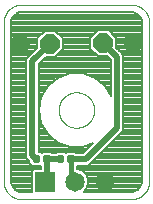
<source format=gbl>
G75*
%MOIN*%
%OFA0B0*%
%FSLAX25Y25*%
%IPPOS*%
%LPD*%
%AMOC8*
5,1,8,0,0,1.08239X$1,22.5*
%
%ADD10C,0.00000*%
%ADD11R,0.06500X0.06500*%
%ADD12C,0.06500*%
%ADD13C,0.01250*%
%ADD14OC8,0.06500*%
%ADD15C,0.01500*%
%ADD16C,0.02000*%
%ADD17C,0.00800*%
D10*
X0001400Y0007206D02*
X0001400Y0060194D01*
X0001402Y0060346D01*
X0001408Y0060498D01*
X0001418Y0060650D01*
X0001431Y0060801D01*
X0001449Y0060952D01*
X0001470Y0061103D01*
X0001496Y0061253D01*
X0001525Y0061402D01*
X0001558Y0061551D01*
X0001595Y0061698D01*
X0001635Y0061845D01*
X0001680Y0061990D01*
X0001728Y0062134D01*
X0001780Y0062277D01*
X0001835Y0062419D01*
X0001894Y0062559D01*
X0001957Y0062698D01*
X0002023Y0062835D01*
X0002093Y0062970D01*
X0002166Y0063103D01*
X0002243Y0063234D01*
X0002323Y0063364D01*
X0002406Y0063491D01*
X0002492Y0063616D01*
X0002582Y0063739D01*
X0002675Y0063859D01*
X0002771Y0063977D01*
X0002870Y0064093D01*
X0002972Y0064206D01*
X0003076Y0064316D01*
X0003184Y0064424D01*
X0003294Y0064528D01*
X0003407Y0064630D01*
X0003523Y0064729D01*
X0003641Y0064825D01*
X0003761Y0064918D01*
X0003884Y0065008D01*
X0004009Y0065094D01*
X0004136Y0065177D01*
X0004266Y0065257D01*
X0004397Y0065334D01*
X0004530Y0065407D01*
X0004665Y0065477D01*
X0004802Y0065543D01*
X0004941Y0065606D01*
X0005081Y0065665D01*
X0005223Y0065720D01*
X0005366Y0065772D01*
X0005510Y0065820D01*
X0005655Y0065865D01*
X0005802Y0065905D01*
X0005949Y0065942D01*
X0006098Y0065975D01*
X0006247Y0066004D01*
X0006397Y0066030D01*
X0006548Y0066051D01*
X0006699Y0066069D01*
X0006850Y0066082D01*
X0007002Y0066092D01*
X0007154Y0066098D01*
X0007306Y0066100D01*
X0043994Y0066100D01*
X0044146Y0066098D01*
X0044298Y0066092D01*
X0044450Y0066082D01*
X0044601Y0066069D01*
X0044752Y0066051D01*
X0044903Y0066030D01*
X0045053Y0066004D01*
X0045202Y0065975D01*
X0045351Y0065942D01*
X0045498Y0065905D01*
X0045645Y0065865D01*
X0045790Y0065820D01*
X0045934Y0065772D01*
X0046077Y0065720D01*
X0046219Y0065665D01*
X0046359Y0065606D01*
X0046498Y0065543D01*
X0046635Y0065477D01*
X0046770Y0065407D01*
X0046903Y0065334D01*
X0047034Y0065257D01*
X0047164Y0065177D01*
X0047291Y0065094D01*
X0047416Y0065008D01*
X0047539Y0064918D01*
X0047659Y0064825D01*
X0047777Y0064729D01*
X0047893Y0064630D01*
X0048006Y0064528D01*
X0048116Y0064424D01*
X0048224Y0064316D01*
X0048328Y0064206D01*
X0048430Y0064093D01*
X0048529Y0063977D01*
X0048625Y0063859D01*
X0048718Y0063739D01*
X0048808Y0063616D01*
X0048894Y0063491D01*
X0048977Y0063364D01*
X0049057Y0063234D01*
X0049134Y0063103D01*
X0049207Y0062970D01*
X0049277Y0062835D01*
X0049343Y0062698D01*
X0049406Y0062559D01*
X0049465Y0062419D01*
X0049520Y0062277D01*
X0049572Y0062134D01*
X0049620Y0061990D01*
X0049665Y0061845D01*
X0049705Y0061698D01*
X0049742Y0061551D01*
X0049775Y0061402D01*
X0049804Y0061253D01*
X0049830Y0061103D01*
X0049851Y0060952D01*
X0049869Y0060801D01*
X0049882Y0060650D01*
X0049892Y0060498D01*
X0049898Y0060346D01*
X0049900Y0060194D01*
X0049900Y0007206D01*
X0049898Y0007054D01*
X0049892Y0006902D01*
X0049882Y0006750D01*
X0049869Y0006599D01*
X0049851Y0006448D01*
X0049830Y0006297D01*
X0049804Y0006147D01*
X0049775Y0005998D01*
X0049742Y0005849D01*
X0049705Y0005702D01*
X0049665Y0005555D01*
X0049620Y0005410D01*
X0049572Y0005266D01*
X0049520Y0005123D01*
X0049465Y0004981D01*
X0049406Y0004841D01*
X0049343Y0004702D01*
X0049277Y0004565D01*
X0049207Y0004430D01*
X0049134Y0004297D01*
X0049057Y0004166D01*
X0048977Y0004036D01*
X0048894Y0003909D01*
X0048808Y0003784D01*
X0048718Y0003661D01*
X0048625Y0003541D01*
X0048529Y0003423D01*
X0048430Y0003307D01*
X0048328Y0003194D01*
X0048224Y0003084D01*
X0048116Y0002976D01*
X0048006Y0002872D01*
X0047893Y0002770D01*
X0047777Y0002671D01*
X0047659Y0002575D01*
X0047539Y0002482D01*
X0047416Y0002392D01*
X0047291Y0002306D01*
X0047164Y0002223D01*
X0047034Y0002143D01*
X0046903Y0002066D01*
X0046770Y0001993D01*
X0046635Y0001923D01*
X0046498Y0001857D01*
X0046359Y0001794D01*
X0046219Y0001735D01*
X0046077Y0001680D01*
X0045934Y0001628D01*
X0045790Y0001580D01*
X0045645Y0001535D01*
X0045498Y0001495D01*
X0045351Y0001458D01*
X0045202Y0001425D01*
X0045053Y0001396D01*
X0044903Y0001370D01*
X0044752Y0001349D01*
X0044601Y0001331D01*
X0044450Y0001318D01*
X0044298Y0001308D01*
X0044146Y0001302D01*
X0043994Y0001300D01*
X0007306Y0001300D01*
X0007154Y0001302D01*
X0007002Y0001308D01*
X0006850Y0001318D01*
X0006699Y0001331D01*
X0006548Y0001349D01*
X0006397Y0001370D01*
X0006247Y0001396D01*
X0006098Y0001425D01*
X0005949Y0001458D01*
X0005802Y0001495D01*
X0005655Y0001535D01*
X0005510Y0001580D01*
X0005366Y0001628D01*
X0005223Y0001680D01*
X0005081Y0001735D01*
X0004941Y0001794D01*
X0004802Y0001857D01*
X0004665Y0001923D01*
X0004530Y0001993D01*
X0004397Y0002066D01*
X0004266Y0002143D01*
X0004136Y0002223D01*
X0004009Y0002306D01*
X0003884Y0002392D01*
X0003761Y0002482D01*
X0003641Y0002575D01*
X0003523Y0002671D01*
X0003407Y0002770D01*
X0003294Y0002872D01*
X0003184Y0002976D01*
X0003076Y0003084D01*
X0002972Y0003194D01*
X0002870Y0003307D01*
X0002771Y0003423D01*
X0002675Y0003541D01*
X0002582Y0003661D01*
X0002492Y0003784D01*
X0002406Y0003909D01*
X0002323Y0004036D01*
X0002243Y0004166D01*
X0002166Y0004297D01*
X0002093Y0004430D01*
X0002023Y0004565D01*
X0001957Y0004702D01*
X0001894Y0004841D01*
X0001835Y0004981D01*
X0001780Y0005123D01*
X0001728Y0005266D01*
X0001680Y0005410D01*
X0001635Y0005555D01*
X0001595Y0005702D01*
X0001558Y0005849D01*
X0001525Y0005998D01*
X0001496Y0006147D01*
X0001470Y0006297D01*
X0001449Y0006448D01*
X0001431Y0006599D01*
X0001418Y0006750D01*
X0001408Y0006902D01*
X0001402Y0007054D01*
X0001400Y0007206D01*
X0019744Y0031000D02*
X0019746Y0031153D01*
X0019752Y0031307D01*
X0019762Y0031460D01*
X0019776Y0031612D01*
X0019794Y0031765D01*
X0019816Y0031916D01*
X0019841Y0032067D01*
X0019871Y0032218D01*
X0019905Y0032368D01*
X0019942Y0032516D01*
X0019983Y0032664D01*
X0020028Y0032810D01*
X0020077Y0032956D01*
X0020130Y0033100D01*
X0020186Y0033242D01*
X0020246Y0033383D01*
X0020310Y0033523D01*
X0020377Y0033661D01*
X0020448Y0033797D01*
X0020523Y0033931D01*
X0020600Y0034063D01*
X0020682Y0034193D01*
X0020766Y0034321D01*
X0020854Y0034447D01*
X0020945Y0034570D01*
X0021039Y0034691D01*
X0021137Y0034809D01*
X0021237Y0034925D01*
X0021341Y0035038D01*
X0021447Y0035149D01*
X0021556Y0035257D01*
X0021668Y0035362D01*
X0021782Y0035463D01*
X0021900Y0035562D01*
X0022019Y0035658D01*
X0022141Y0035751D01*
X0022266Y0035840D01*
X0022393Y0035927D01*
X0022522Y0036009D01*
X0022653Y0036089D01*
X0022786Y0036165D01*
X0022921Y0036238D01*
X0023058Y0036307D01*
X0023197Y0036372D01*
X0023337Y0036434D01*
X0023479Y0036492D01*
X0023622Y0036547D01*
X0023767Y0036598D01*
X0023913Y0036645D01*
X0024060Y0036688D01*
X0024208Y0036727D01*
X0024357Y0036763D01*
X0024507Y0036794D01*
X0024658Y0036822D01*
X0024809Y0036846D01*
X0024962Y0036866D01*
X0025114Y0036882D01*
X0025267Y0036894D01*
X0025420Y0036902D01*
X0025573Y0036906D01*
X0025727Y0036906D01*
X0025880Y0036902D01*
X0026033Y0036894D01*
X0026186Y0036882D01*
X0026338Y0036866D01*
X0026491Y0036846D01*
X0026642Y0036822D01*
X0026793Y0036794D01*
X0026943Y0036763D01*
X0027092Y0036727D01*
X0027240Y0036688D01*
X0027387Y0036645D01*
X0027533Y0036598D01*
X0027678Y0036547D01*
X0027821Y0036492D01*
X0027963Y0036434D01*
X0028103Y0036372D01*
X0028242Y0036307D01*
X0028379Y0036238D01*
X0028514Y0036165D01*
X0028647Y0036089D01*
X0028778Y0036009D01*
X0028907Y0035927D01*
X0029034Y0035840D01*
X0029159Y0035751D01*
X0029281Y0035658D01*
X0029400Y0035562D01*
X0029518Y0035463D01*
X0029632Y0035362D01*
X0029744Y0035257D01*
X0029853Y0035149D01*
X0029959Y0035038D01*
X0030063Y0034925D01*
X0030163Y0034809D01*
X0030261Y0034691D01*
X0030355Y0034570D01*
X0030446Y0034447D01*
X0030534Y0034321D01*
X0030618Y0034193D01*
X0030700Y0034063D01*
X0030777Y0033931D01*
X0030852Y0033797D01*
X0030923Y0033661D01*
X0030990Y0033523D01*
X0031054Y0033383D01*
X0031114Y0033242D01*
X0031170Y0033100D01*
X0031223Y0032956D01*
X0031272Y0032810D01*
X0031317Y0032664D01*
X0031358Y0032516D01*
X0031395Y0032368D01*
X0031429Y0032218D01*
X0031459Y0032067D01*
X0031484Y0031916D01*
X0031506Y0031765D01*
X0031524Y0031612D01*
X0031538Y0031460D01*
X0031548Y0031307D01*
X0031554Y0031153D01*
X0031556Y0031000D01*
X0031554Y0030847D01*
X0031548Y0030693D01*
X0031538Y0030540D01*
X0031524Y0030388D01*
X0031506Y0030235D01*
X0031484Y0030084D01*
X0031459Y0029933D01*
X0031429Y0029782D01*
X0031395Y0029632D01*
X0031358Y0029484D01*
X0031317Y0029336D01*
X0031272Y0029190D01*
X0031223Y0029044D01*
X0031170Y0028900D01*
X0031114Y0028758D01*
X0031054Y0028617D01*
X0030990Y0028477D01*
X0030923Y0028339D01*
X0030852Y0028203D01*
X0030777Y0028069D01*
X0030700Y0027937D01*
X0030618Y0027807D01*
X0030534Y0027679D01*
X0030446Y0027553D01*
X0030355Y0027430D01*
X0030261Y0027309D01*
X0030163Y0027191D01*
X0030063Y0027075D01*
X0029959Y0026962D01*
X0029853Y0026851D01*
X0029744Y0026743D01*
X0029632Y0026638D01*
X0029518Y0026537D01*
X0029400Y0026438D01*
X0029281Y0026342D01*
X0029159Y0026249D01*
X0029034Y0026160D01*
X0028907Y0026073D01*
X0028778Y0025991D01*
X0028647Y0025911D01*
X0028514Y0025835D01*
X0028379Y0025762D01*
X0028242Y0025693D01*
X0028103Y0025628D01*
X0027963Y0025566D01*
X0027821Y0025508D01*
X0027678Y0025453D01*
X0027533Y0025402D01*
X0027387Y0025355D01*
X0027240Y0025312D01*
X0027092Y0025273D01*
X0026943Y0025237D01*
X0026793Y0025206D01*
X0026642Y0025178D01*
X0026491Y0025154D01*
X0026338Y0025134D01*
X0026186Y0025118D01*
X0026033Y0025106D01*
X0025880Y0025098D01*
X0025727Y0025094D01*
X0025573Y0025094D01*
X0025420Y0025098D01*
X0025267Y0025106D01*
X0025114Y0025118D01*
X0024962Y0025134D01*
X0024809Y0025154D01*
X0024658Y0025178D01*
X0024507Y0025206D01*
X0024357Y0025237D01*
X0024208Y0025273D01*
X0024060Y0025312D01*
X0023913Y0025355D01*
X0023767Y0025402D01*
X0023622Y0025453D01*
X0023479Y0025508D01*
X0023337Y0025566D01*
X0023197Y0025628D01*
X0023058Y0025693D01*
X0022921Y0025762D01*
X0022786Y0025835D01*
X0022653Y0025911D01*
X0022522Y0025991D01*
X0022393Y0026073D01*
X0022266Y0026160D01*
X0022141Y0026249D01*
X0022019Y0026342D01*
X0021900Y0026438D01*
X0021782Y0026537D01*
X0021668Y0026638D01*
X0021556Y0026743D01*
X0021447Y0026851D01*
X0021341Y0026962D01*
X0021237Y0027075D01*
X0021137Y0027191D01*
X0021039Y0027309D01*
X0020945Y0027430D01*
X0020854Y0027553D01*
X0020766Y0027679D01*
X0020682Y0027807D01*
X0020600Y0027937D01*
X0020523Y0028069D01*
X0020448Y0028203D01*
X0020377Y0028339D01*
X0020310Y0028477D01*
X0020246Y0028617D01*
X0020186Y0028758D01*
X0020130Y0028900D01*
X0020077Y0029044D01*
X0020028Y0029190D01*
X0019983Y0029336D01*
X0019942Y0029484D01*
X0019905Y0029632D01*
X0019871Y0029782D01*
X0019841Y0029933D01*
X0019816Y0030084D01*
X0019794Y0030235D01*
X0019776Y0030388D01*
X0019762Y0030540D01*
X0019752Y0030693D01*
X0019746Y0030847D01*
X0019744Y0031000D01*
D11*
X0015300Y0007100D03*
D12*
X0025300Y0007100D03*
X0035300Y0007100D03*
X0044588Y0053200D03*
X0006834Y0053100D03*
D13*
X0011725Y0013975D02*
X0012975Y0013975D01*
X0011725Y0013975D02*
X0011725Y0015225D01*
X0012975Y0015225D01*
X0012975Y0013975D01*
X0012975Y0015224D02*
X0011725Y0015224D01*
X0015225Y0013975D02*
X0016475Y0013975D01*
X0015225Y0013975D02*
X0015225Y0015225D01*
X0016475Y0015225D01*
X0016475Y0013975D01*
X0016475Y0015224D02*
X0015225Y0015224D01*
X0019725Y0015225D02*
X0020975Y0015225D01*
X0020975Y0013975D01*
X0019725Y0013975D01*
X0019725Y0015225D01*
X0019725Y0015224D02*
X0020975Y0015224D01*
X0023225Y0015225D02*
X0024475Y0015225D01*
X0024475Y0013975D01*
X0023225Y0013975D01*
X0023225Y0015225D01*
X0023225Y0015224D02*
X0024475Y0015224D01*
D14*
X0016832Y0053100D03*
X0034590Y0053200D03*
D15*
X0023850Y0014600D02*
X0023850Y0008550D01*
X0025300Y0007100D01*
D16*
X0023850Y0014600D02*
X0028800Y0014600D01*
X0039200Y0025000D01*
X0039200Y0048590D01*
X0034590Y0053200D01*
X0016832Y0053100D02*
X0011000Y0047268D01*
X0011000Y0015950D01*
X0012350Y0014600D01*
X0015850Y0014600D02*
X0015850Y0007650D01*
X0015300Y0007100D01*
X0015850Y0014600D02*
X0020350Y0014600D01*
D17*
X0003867Y0006522D02*
X0004391Y0005258D01*
X0005358Y0004291D01*
X0006622Y0003767D01*
X0007305Y0003700D01*
X0010950Y0003700D01*
X0010950Y0010806D01*
X0011594Y0011450D01*
X0013750Y0011450D01*
X0013750Y0012310D01*
X0013690Y0012250D01*
X0011010Y0012250D01*
X0010000Y0013260D01*
X0010000Y0013980D01*
X0008900Y0015080D01*
X0008900Y0048138D01*
X0010130Y0049368D01*
X0012482Y0051720D01*
X0012482Y0054902D01*
X0015030Y0057450D01*
X0018634Y0057450D01*
X0021182Y0054902D01*
X0021182Y0051298D01*
X0018634Y0048750D01*
X0015452Y0048750D01*
X0013100Y0046398D01*
X0013100Y0016950D01*
X0013690Y0016950D01*
X0014100Y0016540D01*
X0014510Y0016950D01*
X0017190Y0016950D01*
X0017440Y0016700D01*
X0018760Y0016700D01*
X0019010Y0016950D01*
X0021690Y0016950D01*
X0022100Y0016540D01*
X0022510Y0016950D01*
X0025190Y0016950D01*
X0025440Y0016700D01*
X0027930Y0016700D01*
X0031103Y0019873D01*
X0027823Y0018679D01*
X0023477Y0018679D01*
X0019394Y0020165D01*
X0016066Y0022958D01*
X0016066Y0022958D01*
X0016066Y0022958D01*
X0013893Y0026721D01*
X0013893Y0026721D01*
X0013139Y0031000D01*
X0013139Y0031000D01*
X0013893Y0035279D01*
X0013893Y0035279D01*
X0016066Y0039042D01*
X0016066Y0039042D01*
X0019394Y0041835D01*
X0019395Y0041835D01*
X0023477Y0043321D01*
X0027823Y0043321D01*
X0031905Y0041835D01*
X0031906Y0041835D01*
X0035234Y0039042D01*
X0035234Y0039042D01*
X0035234Y0039042D01*
X0037100Y0035810D01*
X0037100Y0047720D01*
X0035970Y0048850D01*
X0032788Y0048850D01*
X0030240Y0051398D01*
X0030240Y0055002D01*
X0032788Y0057550D01*
X0036392Y0057550D01*
X0038940Y0055002D01*
X0038940Y0051820D01*
X0040070Y0050690D01*
X0041300Y0049460D01*
X0041300Y0024130D01*
X0040070Y0022900D01*
X0029670Y0012500D01*
X0025700Y0012500D01*
X0025700Y0011450D01*
X0026165Y0011450D01*
X0027764Y0010788D01*
X0028988Y0009564D01*
X0029650Y0007965D01*
X0029650Y0006235D01*
X0028988Y0004636D01*
X0028052Y0003700D01*
X0043994Y0003700D01*
X0044678Y0003767D01*
X0045942Y0004291D01*
X0046909Y0005258D01*
X0047433Y0006522D01*
X0047500Y0007205D01*
X0047500Y0060194D01*
X0047433Y0060878D01*
X0046909Y0062142D01*
X0045942Y0063109D01*
X0044678Y0063633D01*
X0043994Y0063700D01*
X0007305Y0063700D01*
X0006622Y0063633D01*
X0005358Y0063109D01*
X0004391Y0062142D01*
X0003867Y0060878D01*
X0003800Y0060194D01*
X0003800Y0007206D01*
X0003867Y0006522D01*
X0003831Y0006890D02*
X0010950Y0006890D01*
X0010950Y0007688D02*
X0003800Y0007688D01*
X0003800Y0008487D02*
X0010950Y0008487D01*
X0010950Y0009285D02*
X0003800Y0009285D01*
X0003800Y0010084D02*
X0010950Y0010084D01*
X0011027Y0010882D02*
X0003800Y0010882D01*
X0003800Y0011681D02*
X0013750Y0011681D01*
X0010781Y0012479D02*
X0003800Y0012479D01*
X0003800Y0013278D02*
X0010000Y0013278D01*
X0009904Y0014076D02*
X0003800Y0014076D01*
X0003800Y0014875D02*
X0009105Y0014875D01*
X0008900Y0015673D02*
X0003800Y0015673D01*
X0003800Y0016472D02*
X0008900Y0016472D01*
X0008900Y0017270D02*
X0003800Y0017270D01*
X0003800Y0018069D02*
X0008900Y0018069D01*
X0008900Y0018867D02*
X0003800Y0018867D01*
X0003800Y0019666D02*
X0008900Y0019666D01*
X0008900Y0020464D02*
X0003800Y0020464D01*
X0003800Y0021263D02*
X0008900Y0021263D01*
X0008900Y0022061D02*
X0003800Y0022061D01*
X0003800Y0022860D02*
X0008900Y0022860D01*
X0008900Y0023658D02*
X0003800Y0023658D01*
X0003800Y0024457D02*
X0008900Y0024457D01*
X0008900Y0025255D02*
X0003800Y0025255D01*
X0003800Y0026054D02*
X0008900Y0026054D01*
X0008900Y0026852D02*
X0003800Y0026852D01*
X0003800Y0027651D02*
X0008900Y0027651D01*
X0008900Y0028449D02*
X0003800Y0028449D01*
X0003800Y0029248D02*
X0008900Y0029248D01*
X0008900Y0030046D02*
X0003800Y0030046D01*
X0003800Y0030845D02*
X0008900Y0030845D01*
X0008900Y0031643D02*
X0003800Y0031643D01*
X0003800Y0032442D02*
X0008900Y0032442D01*
X0008900Y0033240D02*
X0003800Y0033240D01*
X0003800Y0034039D02*
X0008900Y0034039D01*
X0008900Y0034837D02*
X0003800Y0034837D01*
X0003800Y0035636D02*
X0008900Y0035636D01*
X0008900Y0036434D02*
X0003800Y0036434D01*
X0003800Y0037233D02*
X0008900Y0037233D01*
X0008900Y0038032D02*
X0003800Y0038032D01*
X0003800Y0038830D02*
X0008900Y0038830D01*
X0008900Y0039629D02*
X0003800Y0039629D01*
X0003800Y0040427D02*
X0008900Y0040427D01*
X0008900Y0041226D02*
X0003800Y0041226D01*
X0003800Y0042024D02*
X0008900Y0042024D01*
X0008900Y0042823D02*
X0003800Y0042823D01*
X0003800Y0043621D02*
X0008900Y0043621D01*
X0008900Y0044420D02*
X0003800Y0044420D01*
X0003800Y0045218D02*
X0008900Y0045218D01*
X0008900Y0046017D02*
X0003800Y0046017D01*
X0003800Y0046815D02*
X0008900Y0046815D01*
X0008900Y0047614D02*
X0003800Y0047614D01*
X0003800Y0048412D02*
X0009175Y0048412D01*
X0009973Y0049211D02*
X0003800Y0049211D01*
X0003800Y0050009D02*
X0010772Y0050009D01*
X0011570Y0050808D02*
X0003800Y0050808D01*
X0003800Y0051606D02*
X0012369Y0051606D01*
X0012482Y0052405D02*
X0003800Y0052405D01*
X0003800Y0053203D02*
X0012482Y0053203D01*
X0012482Y0054002D02*
X0003800Y0054002D01*
X0003800Y0054800D02*
X0012482Y0054800D01*
X0013179Y0055599D02*
X0003800Y0055599D01*
X0003800Y0056397D02*
X0013978Y0056397D01*
X0014776Y0057196D02*
X0003800Y0057196D01*
X0003800Y0057994D02*
X0047500Y0057994D01*
X0047500Y0057196D02*
X0036746Y0057196D01*
X0037544Y0056397D02*
X0047500Y0056397D01*
X0047500Y0055599D02*
X0038343Y0055599D01*
X0038940Y0054800D02*
X0047500Y0054800D01*
X0047500Y0054002D02*
X0038940Y0054002D01*
X0038940Y0053203D02*
X0047500Y0053203D01*
X0047500Y0052405D02*
X0038940Y0052405D01*
X0039153Y0051606D02*
X0047500Y0051606D01*
X0047500Y0050808D02*
X0039952Y0050808D01*
X0040750Y0050009D02*
X0047500Y0050009D01*
X0047500Y0049211D02*
X0041300Y0049211D01*
X0041300Y0048412D02*
X0047500Y0048412D01*
X0047500Y0047614D02*
X0041300Y0047614D01*
X0041300Y0046815D02*
X0047500Y0046815D01*
X0047500Y0046017D02*
X0041300Y0046017D01*
X0041300Y0045218D02*
X0047500Y0045218D01*
X0047500Y0044420D02*
X0041300Y0044420D01*
X0041300Y0043621D02*
X0047500Y0043621D01*
X0047500Y0042823D02*
X0041300Y0042823D01*
X0041300Y0042024D02*
X0047500Y0042024D01*
X0047500Y0041226D02*
X0041300Y0041226D01*
X0041300Y0040427D02*
X0047500Y0040427D01*
X0047500Y0039629D02*
X0041300Y0039629D01*
X0041300Y0038830D02*
X0047500Y0038830D01*
X0047500Y0038032D02*
X0041300Y0038032D01*
X0041300Y0037233D02*
X0047500Y0037233D01*
X0047500Y0036434D02*
X0041300Y0036434D01*
X0041300Y0035636D02*
X0047500Y0035636D01*
X0047500Y0034837D02*
X0041300Y0034837D01*
X0041300Y0034039D02*
X0047500Y0034039D01*
X0047500Y0033240D02*
X0041300Y0033240D01*
X0041300Y0032442D02*
X0047500Y0032442D01*
X0047500Y0031643D02*
X0041300Y0031643D01*
X0041300Y0030845D02*
X0047500Y0030845D01*
X0047500Y0030046D02*
X0041300Y0030046D01*
X0041300Y0029248D02*
X0047500Y0029248D01*
X0047500Y0028449D02*
X0041300Y0028449D01*
X0041300Y0027651D02*
X0047500Y0027651D01*
X0047500Y0026852D02*
X0041300Y0026852D01*
X0041300Y0026054D02*
X0047500Y0026054D01*
X0047500Y0025255D02*
X0041300Y0025255D01*
X0041300Y0024457D02*
X0047500Y0024457D01*
X0047500Y0023658D02*
X0040828Y0023658D01*
X0040030Y0022860D02*
X0047500Y0022860D01*
X0047500Y0022061D02*
X0039231Y0022061D01*
X0038433Y0021263D02*
X0047500Y0021263D01*
X0047500Y0020464D02*
X0037634Y0020464D01*
X0036836Y0019666D02*
X0047500Y0019666D01*
X0047500Y0018867D02*
X0036037Y0018867D01*
X0035239Y0018069D02*
X0047500Y0018069D01*
X0047500Y0017270D02*
X0034440Y0017270D01*
X0033642Y0016472D02*
X0047500Y0016472D01*
X0047500Y0015673D02*
X0032843Y0015673D01*
X0032045Y0014875D02*
X0047500Y0014875D01*
X0047500Y0014076D02*
X0031246Y0014076D01*
X0030448Y0013278D02*
X0047500Y0013278D01*
X0047500Y0012479D02*
X0025700Y0012479D01*
X0025700Y0011681D02*
X0047500Y0011681D01*
X0047500Y0010882D02*
X0027536Y0010882D01*
X0028468Y0010084D02*
X0047500Y0010084D01*
X0047500Y0009285D02*
X0029103Y0009285D01*
X0029434Y0008487D02*
X0047500Y0008487D01*
X0047500Y0007688D02*
X0029650Y0007688D01*
X0029650Y0006890D02*
X0047469Y0006890D01*
X0047254Y0006091D02*
X0029590Y0006091D01*
X0029260Y0005293D02*
X0046924Y0005293D01*
X0046145Y0004494D02*
X0028846Y0004494D01*
X0028500Y0017270D02*
X0013100Y0017270D01*
X0013100Y0018069D02*
X0029299Y0018069D01*
X0030097Y0018867D02*
X0028340Y0018867D01*
X0030533Y0019666D02*
X0030896Y0019666D01*
X0022960Y0018867D02*
X0013100Y0018867D01*
X0013100Y0019666D02*
X0020766Y0019666D01*
X0019038Y0020464D02*
X0013100Y0020464D01*
X0013100Y0021263D02*
X0018086Y0021263D01*
X0017135Y0022061D02*
X0013100Y0022061D01*
X0013100Y0022860D02*
X0016183Y0022860D01*
X0015662Y0023658D02*
X0013100Y0023658D01*
X0013100Y0024457D02*
X0015201Y0024457D01*
X0014740Y0025255D02*
X0013100Y0025255D01*
X0013100Y0026054D02*
X0014279Y0026054D01*
X0013870Y0026852D02*
X0013100Y0026852D01*
X0013100Y0027651D02*
X0013730Y0027651D01*
X0013589Y0028449D02*
X0013100Y0028449D01*
X0013100Y0029248D02*
X0013448Y0029248D01*
X0013307Y0030046D02*
X0013100Y0030046D01*
X0013100Y0030845D02*
X0013166Y0030845D01*
X0013100Y0031643D02*
X0013252Y0031643D01*
X0013393Y0032442D02*
X0013100Y0032442D01*
X0013100Y0033240D02*
X0013534Y0033240D01*
X0013675Y0034039D02*
X0013100Y0034039D01*
X0013100Y0034837D02*
X0013816Y0034837D01*
X0014100Y0035636D02*
X0013100Y0035636D01*
X0013100Y0036434D02*
X0014561Y0036434D01*
X0015022Y0037233D02*
X0013100Y0037233D01*
X0013100Y0038032D02*
X0015483Y0038032D01*
X0015944Y0038830D02*
X0013100Y0038830D01*
X0013100Y0039629D02*
X0016765Y0039629D01*
X0017717Y0040427D02*
X0013100Y0040427D01*
X0013100Y0041226D02*
X0018668Y0041226D01*
X0019914Y0042024D02*
X0013100Y0042024D01*
X0013100Y0042823D02*
X0022108Y0042823D01*
X0019095Y0049211D02*
X0032427Y0049211D01*
X0031629Y0050009D02*
X0019893Y0050009D01*
X0020692Y0050808D02*
X0030830Y0050808D01*
X0030240Y0051606D02*
X0021182Y0051606D01*
X0021182Y0052405D02*
X0030240Y0052405D01*
X0030240Y0053203D02*
X0021182Y0053203D01*
X0021182Y0054002D02*
X0030240Y0054002D01*
X0030240Y0054800D02*
X0021182Y0054800D01*
X0020485Y0055599D02*
X0030837Y0055599D01*
X0031635Y0056397D02*
X0019687Y0056397D01*
X0018888Y0057196D02*
X0032434Y0057196D01*
X0036408Y0048412D02*
X0015114Y0048412D01*
X0014316Y0047614D02*
X0037100Y0047614D01*
X0037100Y0046815D02*
X0013517Y0046815D01*
X0013100Y0046017D02*
X0037100Y0046017D01*
X0037100Y0045218D02*
X0013100Y0045218D01*
X0013100Y0044420D02*
X0037100Y0044420D01*
X0037100Y0043621D02*
X0013100Y0043621D01*
X0003800Y0058793D02*
X0047500Y0058793D01*
X0047500Y0059591D02*
X0003800Y0059591D01*
X0003819Y0060390D02*
X0047481Y0060390D01*
X0047304Y0061188D02*
X0003996Y0061188D01*
X0004326Y0061987D02*
X0046973Y0061987D01*
X0046266Y0062785D02*
X0005034Y0062785D01*
X0006504Y0063584D02*
X0044796Y0063584D01*
X0037100Y0042823D02*
X0029192Y0042823D01*
X0031386Y0042024D02*
X0037100Y0042024D01*
X0037100Y0041226D02*
X0032632Y0041226D01*
X0033583Y0040427D02*
X0037100Y0040427D01*
X0037100Y0039629D02*
X0034535Y0039629D01*
X0035356Y0038830D02*
X0037100Y0038830D01*
X0037100Y0038032D02*
X0035817Y0038032D01*
X0036278Y0037233D02*
X0037100Y0037233D01*
X0037100Y0036434D02*
X0036739Y0036434D01*
X0010950Y0006091D02*
X0004046Y0006091D01*
X0004376Y0005293D02*
X0010950Y0005293D01*
X0010950Y0004494D02*
X0005155Y0004494D01*
M02*

</source>
